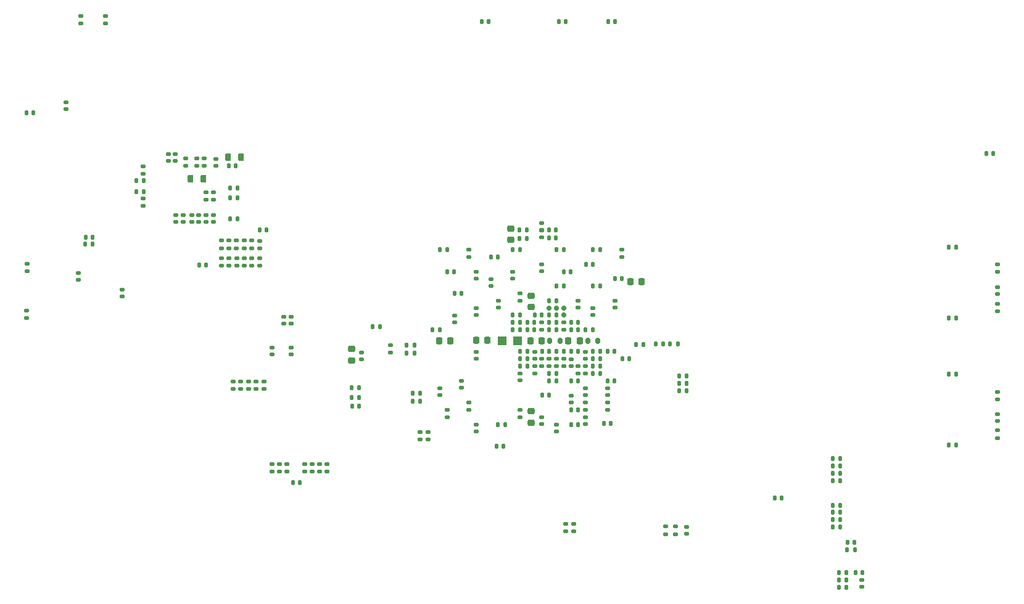
<source format=gbr>
G04 #@! TF.GenerationSoftware,KiCad,Pcbnew,7.0.11-rc3*
G04 #@! TF.CreationDate,2024-11-10T09:22:12+01:00*
G04 #@! TF.ProjectId,sodimm-ddr5-tester,736f6469-6d6d-42d6-9464-72352d746573,1.2.0*
G04 #@! TF.SameCoordinates,Original*
G04 #@! TF.FileFunction,Paste,Bot*
G04 #@! TF.FilePolarity,Positive*
%FSLAX46Y46*%
G04 Gerber Fmt 4.6, Leading zero omitted, Abs format (unit mm)*
G04 Created by KiCad (PCBNEW 7.0.11-rc3) date 2024-11-10 09:22:12*
%MOMM*%
%LPD*%
G01*
G04 APERTURE LIST*
G04 Aperture macros list*
%AMRoundRect*
0 Rectangle with rounded corners*
0 $1 Rounding radius*
0 $2 $3 $4 $5 $6 $7 $8 $9 X,Y pos of 4 corners*
0 Add a 4 corners polygon primitive as box body*
4,1,4,$2,$3,$4,$5,$6,$7,$8,$9,$2,$3,0*
0 Add four circle primitives for the rounded corners*
1,1,$1+$1,$2,$3*
1,1,$1+$1,$4,$5*
1,1,$1+$1,$6,$7*
1,1,$1+$1,$8,$9*
0 Add four rect primitives between the rounded corners*
20,1,$1+$1,$2,$3,$4,$5,0*
20,1,$1+$1,$4,$5,$6,$7,0*
20,1,$1+$1,$6,$7,$8,$9,0*
20,1,$1+$1,$8,$9,$2,$3,0*%
G04 Aperture macros list end*
%ADD10RoundRect,0.135000X-0.185000X0.135000X-0.185000X-0.135000X0.185000X-0.135000X0.185000X0.135000X0*%
%ADD11RoundRect,0.135000X0.185000X-0.135000X0.185000X0.135000X-0.185000X0.135000X-0.185000X-0.135000X0*%
%ADD12RoundRect,0.135000X-0.135000X-0.185000X0.135000X-0.185000X0.135000X0.185000X-0.135000X0.185000X0*%
%ADD13RoundRect,0.135000X0.135000X0.185000X-0.135000X0.185000X-0.135000X-0.185000X0.135000X-0.185000X0*%
%ADD14RoundRect,0.140000X0.170000X-0.140000X0.170000X0.140000X-0.170000X0.140000X-0.170000X-0.140000X0*%
%ADD15RoundRect,0.140000X-0.140000X-0.170000X0.140000X-0.170000X0.140000X0.170000X-0.140000X0.170000X0*%
%ADD16RoundRect,0.114300X-0.266700X-0.430700X0.266700X-0.430700X0.266700X0.430700X-0.266700X0.430700X0*%
%ADD17RoundRect,0.114300X0.266700X0.430700X-0.266700X0.430700X-0.266700X-0.430700X0.266700X-0.430700X0*%
%ADD18RoundRect,0.140000X0.140000X0.170000X-0.140000X0.170000X-0.140000X-0.170000X0.140000X-0.170000X0*%
%ADD19RoundRect,0.140000X-0.170000X0.140000X-0.170000X-0.140000X0.170000X-0.140000X0.170000X0.140000X0*%
%ADD20RoundRect,0.150000X0.150000X-0.150000X0.150000X0.150000X-0.150000X0.150000X-0.150000X-0.150000X0*%
%ADD21RoundRect,0.150000X0.150000X0.150000X-0.150000X0.150000X-0.150000X-0.150000X0.150000X-0.150000X0*%
%ADD22RoundRect,0.225000X0.250000X-0.225000X0.250000X0.225000X-0.250000X0.225000X-0.250000X-0.225000X0*%
%ADD23RoundRect,0.120000X0.180000X0.280000X-0.180000X0.280000X-0.180000X-0.280000X0.180000X-0.280000X0*%
%ADD24RoundRect,0.225000X0.225000X0.250000X-0.225000X0.250000X-0.225000X-0.250000X0.225000X-0.250000X0*%
%ADD25RoundRect,0.150000X-0.150000X0.150000X-0.150000X-0.150000X0.150000X-0.150000X0.150000X0.150000X0*%
%ADD26RoundRect,0.225000X-0.250000X0.225000X-0.250000X-0.225000X0.250000X-0.225000X0.250000X0.225000X0*%
%ADD27RoundRect,0.225000X-0.225000X-0.250000X0.225000X-0.250000X0.225000X0.250000X-0.225000X0.250000X0*%
%ADD28RoundRect,0.120000X-0.180000X-0.280000X0.180000X-0.280000X0.180000X0.280000X-0.180000X0.280000X0*%
%ADD29R,1.200000X1.200000*%
G04 APERTURE END LIST*
D10*
X98000000Y-180440000D03*
X98000000Y-181460000D03*
X99050000Y-180440000D03*
X99050000Y-181460000D03*
X100100000Y-180440000D03*
X100100000Y-181460000D03*
X102200000Y-180440000D03*
X102200000Y-181460000D03*
X101150000Y-180440000D03*
X101150000Y-181460000D03*
D11*
X107858200Y-192795800D03*
X107858200Y-191775800D03*
X108858200Y-192795800D03*
X108858200Y-191775800D03*
X104358200Y-192795800D03*
X104358200Y-191775800D03*
X103342200Y-192800301D03*
X103342200Y-191780301D03*
X105383200Y-192785800D03*
X105383200Y-191765800D03*
X109858200Y-192795800D03*
X109858200Y-191775800D03*
X110858200Y-192795800D03*
X110858200Y-191775800D03*
X99500501Y-162086000D03*
X99500501Y-161066000D03*
X98450501Y-162086000D03*
X98450501Y-161066000D03*
X101625501Y-162111000D03*
X101625501Y-161091000D03*
X100525501Y-162086000D03*
X100525501Y-161066000D03*
X95308672Y-155460000D03*
X95308672Y-154440000D03*
D12*
X97590000Y-153800000D03*
X98610000Y-153800000D03*
D13*
X85710501Y-152813149D03*
X84690501Y-152813149D03*
X85710501Y-154313149D03*
X84690501Y-154313149D03*
D14*
X95600000Y-150780000D03*
X95600000Y-149820000D03*
X93308672Y-158484992D03*
X93308672Y-157524992D03*
X95308672Y-158484992D03*
X95308672Y-157524992D03*
X93036829Y-150763157D03*
X93036829Y-149803157D03*
X91150000Y-158484992D03*
X91150000Y-157524992D03*
X94061829Y-150763157D03*
X94061829Y-149803157D03*
X94308672Y-158484992D03*
X94308672Y-157524992D03*
D15*
X97406829Y-150808157D03*
X98366829Y-150808157D03*
D14*
X91500000Y-150763157D03*
X91500000Y-149803157D03*
D15*
X97620000Y-155200000D03*
X98580000Y-155200000D03*
D14*
X90086829Y-150113157D03*
X90086829Y-149153157D03*
X92308672Y-158484992D03*
X92308672Y-157524992D03*
X89086829Y-150113157D03*
X89086829Y-149153157D03*
X90108672Y-158484992D03*
X90108672Y-157524992D03*
D16*
X99091501Y-149558851D03*
X97312501Y-149558851D03*
D17*
X92195829Y-152558157D03*
X93974829Y-152558157D03*
D11*
X69672200Y-171674000D03*
X69672200Y-170654000D03*
D10*
X69692701Y-164240000D03*
X69692701Y-165260000D03*
X99525501Y-163441000D03*
X99525501Y-164461000D03*
D13*
X98610000Y-158100000D03*
X97590000Y-158100000D03*
D10*
X97425501Y-163441000D03*
X97425501Y-164461000D03*
X101625501Y-163441000D03*
X101625501Y-164461000D03*
X100550501Y-163441000D03*
X100550501Y-164461000D03*
D11*
X94258672Y-155460000D03*
X94258672Y-154440000D03*
X85680501Y-151863149D03*
X85680501Y-150843149D03*
D10*
X85680501Y-155253149D03*
X85680501Y-156273149D03*
D11*
X96375501Y-162086000D03*
X96375501Y-161066000D03*
D10*
X96375501Y-163441000D03*
X96375501Y-164461000D03*
X98475501Y-163441000D03*
X98475501Y-164461000D03*
D11*
X97425501Y-162086000D03*
X97425501Y-161066000D03*
D15*
X117170501Y-172866000D03*
X118130501Y-172866000D03*
D18*
X148355501Y-162301000D03*
X147395501Y-162301000D03*
D13*
X181310000Y-197400000D03*
X180290000Y-197400000D03*
D18*
X145355501Y-173301000D03*
X144395501Y-173301000D03*
X150355001Y-180300501D03*
X149395001Y-180300501D03*
D14*
X75095100Y-142986700D03*
X75095100Y-142026700D03*
D13*
X181310000Y-194050000D03*
X180290000Y-194050000D03*
D11*
X144708700Y-200995301D03*
X144708700Y-199975301D03*
D18*
X142355001Y-171302500D03*
X141395001Y-171302500D03*
D12*
X159190500Y-180676001D03*
X160210500Y-180676001D03*
D19*
X143375501Y-172321000D03*
X143375501Y-173281000D03*
D11*
X77089000Y-131218400D03*
X77089000Y-130198400D03*
D14*
X143375001Y-178280500D03*
X143375001Y-177320500D03*
D15*
X149456200Y-131000000D03*
X150416200Y-131000000D03*
D19*
X146375001Y-183320500D03*
X146375001Y-184280500D03*
D12*
X196190000Y-171725000D03*
X197210000Y-171725000D03*
X137267001Y-159575500D03*
X138287001Y-159575500D03*
D15*
X147395501Y-167301000D03*
X148355501Y-167301000D03*
D14*
X149377001Y-182280500D03*
X149377001Y-181320500D03*
D11*
X158750000Y-201370800D03*
X158750000Y-200350800D03*
D15*
X137395001Y-177302500D03*
X138355001Y-177302500D03*
X136397001Y-173302500D03*
X137357001Y-173302500D03*
D18*
X202308400Y-149072600D03*
X201348400Y-149072600D03*
D14*
X119580501Y-176406000D03*
X119580501Y-175446000D03*
D20*
X141375001Y-170302500D03*
D21*
X142374001Y-170302500D03*
D14*
X160200000Y-201355800D03*
X160200000Y-200395800D03*
D11*
X140302001Y-160610000D03*
X140302001Y-159590000D03*
D19*
X149377001Y-183320500D03*
X149377001Y-184280500D03*
D22*
X138900501Y-186051000D03*
X138900501Y-184501000D03*
D18*
X134355501Y-163301000D03*
X133395501Y-163301000D03*
D14*
X139375001Y-179282500D03*
X139375001Y-178322500D03*
D19*
X146375001Y-185320501D03*
X146375001Y-186280501D03*
D23*
X141475501Y-174801000D03*
X142875501Y-174801000D03*
D15*
X139395001Y-171302500D03*
X140355001Y-171302500D03*
X156020501Y-175276000D03*
X156980501Y-175276000D03*
D11*
X202881001Y-170732000D03*
X202881001Y-169712000D03*
D15*
X172320501Y-196376000D03*
X173280501Y-196376000D03*
D14*
X141375501Y-178281000D03*
X141375501Y-177321000D03*
D12*
X125367001Y-173300500D03*
X126387001Y-173300500D03*
D18*
X148355501Y-176301000D03*
X147395501Y-176301000D03*
D12*
X147367001Y-177302500D03*
X148387001Y-177302500D03*
D18*
X145355001Y-180302500D03*
X144395001Y-180302500D03*
X129355501Y-168301000D03*
X128395501Y-168301000D03*
X94280000Y-164451500D03*
X93320000Y-164451500D03*
D24*
X140350501Y-174801000D03*
X138800501Y-174801000D03*
D15*
X141395501Y-180301000D03*
X142355501Y-180301000D03*
D21*
X143375001Y-171302500D03*
D25*
X143375001Y-170303500D03*
D18*
X137355501Y-162301000D03*
X136395501Y-162301000D03*
X183255000Y-202475600D03*
X182295000Y-202475600D03*
D19*
X126375501Y-181321000D03*
X126375501Y-182281000D03*
X130375501Y-162321000D03*
X130375501Y-163281000D03*
D13*
X78705200Y-161564000D03*
X77685200Y-161564000D03*
D15*
X142677000Y-131000000D03*
X143637000Y-131000000D03*
D12*
X181148800Y-206679800D03*
X182168800Y-206679800D03*
D14*
X140375501Y-165281000D03*
X140375501Y-164321000D03*
D19*
X150375501Y-169322500D03*
X150375501Y-170282500D03*
D18*
X145357001Y-186300500D03*
X144397001Y-186300500D03*
D19*
X137375501Y-184321000D03*
X137375501Y-185281000D03*
D15*
X183428800Y-206629800D03*
X184388800Y-206629800D03*
D19*
X130375501Y-183320500D03*
X130375501Y-184280500D03*
D14*
X140375501Y-178281000D03*
X140375501Y-177321000D03*
D15*
X144397001Y-184300500D03*
X145357001Y-184300500D03*
D12*
X181148800Y-207679800D03*
X182168800Y-207679800D03*
D14*
X140375001Y-173282500D03*
X140375001Y-172322500D03*
X104950000Y-172468000D03*
X104950000Y-171508000D03*
D18*
X137357002Y-171302500D03*
X136397002Y-171302500D03*
D13*
X122860501Y-175426000D03*
X121840501Y-175426000D03*
D18*
X148355001Y-179300500D03*
X147395001Y-179300500D03*
X128355501Y-165301000D03*
X127395501Y-165301000D03*
D19*
X147375001Y-170320500D03*
X147375001Y-171280500D03*
D13*
X159010501Y-175276000D03*
X157990501Y-175276000D03*
D14*
X137375001Y-180282500D03*
X137375001Y-179322500D03*
D11*
X202875000Y-165360000D03*
X202875000Y-164340000D03*
D26*
X114275501Y-175951000D03*
X114275501Y-177501000D03*
D18*
X141355001Y-182300500D03*
X140395001Y-182300500D03*
D13*
X147385001Y-173302500D03*
X146365001Y-173302500D03*
D10*
X124750000Y-187340000D03*
X124750000Y-188360000D03*
D13*
X154285001Y-175300000D03*
X153265001Y-175300000D03*
D19*
X144375501Y-182321000D03*
X144375501Y-183281000D03*
D14*
X146375001Y-179280500D03*
X146375001Y-178320500D03*
D18*
X139357001Y-173302500D03*
X138397001Y-173302500D03*
D11*
X123700000Y-188360000D03*
X123700000Y-187340000D03*
D12*
X114290501Y-181249999D03*
X115310501Y-181249999D03*
D19*
X129375501Y-180321000D03*
X129375501Y-181281000D03*
D14*
X128375501Y-172281000D03*
X128375501Y-171321000D03*
D19*
X131375501Y-186321000D03*
X131375501Y-187281000D03*
D15*
X136397001Y-172302500D03*
X137357001Y-172302500D03*
D19*
X131375501Y-176321000D03*
X131375501Y-177281000D03*
X202950000Y-184870000D03*
X202950000Y-185830000D03*
D13*
X197210000Y-179400000D03*
X196190000Y-179400000D03*
D15*
X142395001Y-176302500D03*
X143355001Y-176302500D03*
D14*
X105960000Y-172460000D03*
X105960000Y-171500000D03*
D15*
X140395501Y-176301000D03*
X141355501Y-176301000D03*
X146395501Y-164301000D03*
X147355501Y-164301000D03*
D19*
X184308800Y-207649800D03*
X184308800Y-208609800D03*
D14*
X136375501Y-166281000D03*
X136375501Y-165321000D03*
D18*
X149857001Y-186150500D03*
X148897001Y-186150500D03*
D15*
X141370000Y-159600000D03*
X142330000Y-159600000D03*
X141395501Y-172301000D03*
X142355501Y-172301000D03*
X144395501Y-172301000D03*
X145355501Y-172301000D03*
D19*
X131375501Y-165321000D03*
X131375501Y-166281000D03*
D11*
X202925000Y-188160000D03*
X202925000Y-187140000D03*
D10*
X80467200Y-130223800D03*
X80467200Y-131243800D03*
D14*
X140375501Y-186281000D03*
X140375501Y-185321000D03*
D13*
X135385000Y-186300000D03*
X134365000Y-186300000D03*
D14*
X145375501Y-179281000D03*
X145375501Y-178321000D03*
D15*
X150395501Y-166301000D03*
X151355501Y-166301000D03*
D18*
X138355001Y-176302500D03*
X137395001Y-176302500D03*
X107188200Y-194285800D03*
X106228200Y-194285800D03*
D14*
X139375001Y-177282500D03*
X139375001Y-176322500D03*
D13*
X197210000Y-161950000D03*
X196190000Y-161950000D03*
D12*
X181148800Y-208679800D03*
X182168800Y-208679800D03*
D11*
X143655200Y-200998799D03*
X143655200Y-199978799D03*
D19*
X127375501Y-184321000D03*
X127375501Y-185281000D03*
D14*
X103340000Y-176684000D03*
X103340000Y-175724000D03*
D19*
X142375501Y-186321000D03*
X142375501Y-187281000D03*
D18*
X152355001Y-177300500D03*
X151395001Y-177300500D03*
D26*
X138877001Y-168627500D03*
X138877001Y-170177500D03*
D15*
X143395501Y-165301000D03*
X144355501Y-165301000D03*
D12*
X122640000Y-182000000D03*
X123660000Y-182000000D03*
D15*
X141370000Y-160700000D03*
X142330000Y-160700000D03*
D27*
X131325501Y-174776000D03*
X132875501Y-174776000D03*
D14*
X134375501Y-170281000D03*
X134375501Y-169321000D03*
D13*
X181310000Y-198400000D03*
X180290000Y-198400000D03*
D27*
X126300501Y-174801000D03*
X127850501Y-174801000D03*
D13*
X115310502Y-182600000D03*
X114290502Y-182600000D03*
D14*
X105960000Y-176684000D03*
X105960000Y-175724000D03*
D15*
X69647900Y-143524800D03*
X70607900Y-143524800D03*
D19*
X115580501Y-176446000D03*
X115580501Y-177406000D03*
D15*
X149395001Y-176300000D03*
X150355001Y-176300000D03*
D28*
X148075501Y-174801000D03*
X146675501Y-174801000D03*
D14*
X133375501Y-167281000D03*
X133375501Y-166321000D03*
D19*
X151375501Y-162321000D03*
X151375501Y-163281000D03*
D15*
X101620000Y-159550000D03*
X102580000Y-159550000D03*
D12*
X159190501Y-179676000D03*
X160210501Y-179676000D03*
D15*
X141395001Y-179302500D03*
X142355001Y-179302500D03*
D14*
X137375501Y-169281000D03*
X137375501Y-168321000D03*
X146375001Y-182282500D03*
X146375001Y-181322500D03*
D13*
X181310000Y-191000000D03*
X180290000Y-191000000D03*
D22*
X136075001Y-160977500D03*
X136075001Y-159427500D03*
D12*
X122640000Y-183099999D03*
X123660000Y-183099999D03*
D13*
X181310000Y-192000000D03*
X180290000Y-192000000D03*
D19*
X202900000Y-167420000D03*
X202900000Y-168380000D03*
D13*
X181310000Y-199400000D03*
X180290000Y-199400000D03*
D14*
X142375501Y-178281000D03*
X142375501Y-177321000D03*
D19*
X76779097Y-165497487D03*
X76779097Y-166457487D03*
D18*
X142355501Y-173301000D03*
X141395501Y-173301000D03*
D19*
X144375001Y-177322500D03*
X144375001Y-178282500D03*
D24*
X145550501Y-174801000D03*
X144000501Y-174801000D03*
D18*
X127355501Y-162301000D03*
X126395501Y-162301000D03*
X148357001Y-178302500D03*
X147397001Y-178302500D03*
D15*
X141395501Y-169301000D03*
X142355501Y-169301000D03*
D13*
X181310000Y-193000000D03*
X180290000Y-193000000D03*
D12*
X196190000Y-189175000D03*
X197210000Y-189175000D03*
D13*
X138287001Y-160800500D03*
X137267001Y-160800500D03*
X122860501Y-176476000D03*
X121840501Y-176476000D03*
X181310000Y-200400000D03*
X180290000Y-200400000D03*
D29*
X134950501Y-174801000D03*
X137050501Y-174801000D03*
D10*
X140302001Y-158615000D03*
X140302001Y-159635000D03*
D14*
X82729097Y-168757487D03*
X82729097Y-167797487D03*
D18*
X143355501Y-167301000D03*
X142395501Y-167301000D03*
D15*
X137395001Y-178302500D03*
X138355001Y-178302500D03*
X77731200Y-160564000D03*
X78691200Y-160564000D03*
X138390501Y-172296000D03*
X139350501Y-172296000D03*
X132133400Y-131000000D03*
X133093400Y-131000000D03*
X144395001Y-176302500D03*
X145355001Y-176302500D03*
D11*
X202925000Y-182910000D03*
X202925000Y-181890000D03*
D14*
X145375501Y-170281000D03*
X145375501Y-169321000D03*
D12*
X159190501Y-181676000D03*
X160210501Y-181676000D03*
D15*
X134120501Y-189276000D03*
X135080501Y-189276000D03*
D19*
X146375501Y-176321000D03*
X146375501Y-177281000D03*
D11*
X157400000Y-201370800D03*
X157400000Y-200350800D03*
D12*
X182290000Y-203525600D03*
X183310000Y-203525600D03*
D15*
X114320502Y-183800000D03*
X115280502Y-183800000D03*
D14*
X131375501Y-171281000D03*
X131375501Y-170321000D03*
D15*
X142395501Y-162301000D03*
X143355501Y-162301000D03*
D27*
X152500001Y-166702500D03*
X154050001Y-166702500D03*
M02*

</source>
